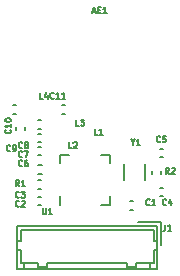
<source format=gbr>
%TF.GenerationSoftware,KiCad,Pcbnew,7.0.2*%
%TF.CreationDate,2024-08-09T14:52:10-04:00*%
%TF.ProjectId,NewPCB,4e657750-4342-42e6-9b69-6361645f7063,rev?*%
%TF.SameCoordinates,Original*%
%TF.FileFunction,Legend,Top*%
%TF.FilePolarity,Positive*%
%FSLAX46Y46*%
G04 Gerber Fmt 4.6, Leading zero omitted, Abs format (unit mm)*
G04 Created by KiCad (PCBNEW 7.0.2) date 2024-08-09 14:52:10*
%MOMM*%
%LPD*%
G01*
G04 APERTURE LIST*
%ADD10C,0.127000*%
%ADD11C,0.152400*%
G04 APERTURE END LIST*
D10*
%TO.C,L3*%
X129074333Y-83928010D02*
X128832428Y-83928010D01*
X128832428Y-83928010D02*
X128832428Y-83420010D01*
X129195285Y-83420010D02*
X129509761Y-83420010D01*
X129509761Y-83420010D02*
X129340428Y-83613534D01*
X129340428Y-83613534D02*
X129412999Y-83613534D01*
X129412999Y-83613534D02*
X129461380Y-83637724D01*
X129461380Y-83637724D02*
X129485571Y-83661915D01*
X129485571Y-83661915D02*
X129509761Y-83710296D01*
X129509761Y-83710296D02*
X129509761Y-83831248D01*
X129509761Y-83831248D02*
X129485571Y-83879629D01*
X129485571Y-83879629D02*
X129461380Y-83903820D01*
X129461380Y-83903820D02*
X129412999Y-83928010D01*
X129412999Y-83928010D02*
X129267856Y-83928010D01*
X129267856Y-83928010D02*
X129219475Y-83903820D01*
X129219475Y-83903820D02*
X129195285Y-83879629D01*
%TO.C,J1*%
X136355666Y-92310010D02*
X136355666Y-92672867D01*
X136355666Y-92672867D02*
X136331475Y-92745439D01*
X136331475Y-92745439D02*
X136283094Y-92793820D01*
X136283094Y-92793820D02*
X136210523Y-92818010D01*
X136210523Y-92818010D02*
X136162142Y-92818010D01*
X136863666Y-92818010D02*
X136573380Y-92818010D01*
X136718523Y-92818010D02*
X136718523Y-92310010D01*
X136718523Y-92310010D02*
X136670142Y-92382581D01*
X136670142Y-92382581D02*
X136621761Y-92430962D01*
X136621761Y-92430962D02*
X136573380Y-92455153D01*
%TO.C,C11*%
X126927428Y-81593629D02*
X126903237Y-81617820D01*
X126903237Y-81617820D02*
X126830666Y-81642010D01*
X126830666Y-81642010D02*
X126782285Y-81642010D01*
X126782285Y-81642010D02*
X126709713Y-81617820D01*
X126709713Y-81617820D02*
X126661332Y-81569439D01*
X126661332Y-81569439D02*
X126637142Y-81521058D01*
X126637142Y-81521058D02*
X126612951Y-81424296D01*
X126612951Y-81424296D02*
X126612951Y-81351724D01*
X126612951Y-81351724D02*
X126637142Y-81254962D01*
X126637142Y-81254962D02*
X126661332Y-81206581D01*
X126661332Y-81206581D02*
X126709713Y-81158200D01*
X126709713Y-81158200D02*
X126782285Y-81134010D01*
X126782285Y-81134010D02*
X126830666Y-81134010D01*
X126830666Y-81134010D02*
X126903237Y-81158200D01*
X126903237Y-81158200D02*
X126927428Y-81182391D01*
X127411237Y-81642010D02*
X127120951Y-81642010D01*
X127266094Y-81642010D02*
X127266094Y-81134010D01*
X127266094Y-81134010D02*
X127217713Y-81206581D01*
X127217713Y-81206581D02*
X127169332Y-81254962D01*
X127169332Y-81254962D02*
X127120951Y-81279153D01*
X127895047Y-81642010D02*
X127604761Y-81642010D01*
X127749904Y-81642010D02*
X127749904Y-81134010D01*
X127749904Y-81134010D02*
X127701523Y-81206581D01*
X127701523Y-81206581D02*
X127653142Y-81254962D01*
X127653142Y-81254962D02*
X127604761Y-81279153D01*
%TO.C,C3*%
X123994333Y-89975629D02*
X123970142Y-89999820D01*
X123970142Y-89999820D02*
X123897571Y-90024010D01*
X123897571Y-90024010D02*
X123849190Y-90024010D01*
X123849190Y-90024010D02*
X123776618Y-89999820D01*
X123776618Y-89999820D02*
X123728237Y-89951439D01*
X123728237Y-89951439D02*
X123704047Y-89903058D01*
X123704047Y-89903058D02*
X123679856Y-89806296D01*
X123679856Y-89806296D02*
X123679856Y-89733724D01*
X123679856Y-89733724D02*
X123704047Y-89636962D01*
X123704047Y-89636962D02*
X123728237Y-89588581D01*
X123728237Y-89588581D02*
X123776618Y-89540200D01*
X123776618Y-89540200D02*
X123849190Y-89516010D01*
X123849190Y-89516010D02*
X123897571Y-89516010D01*
X123897571Y-89516010D02*
X123970142Y-89540200D01*
X123970142Y-89540200D02*
X123994333Y-89564391D01*
X124163666Y-89516010D02*
X124478142Y-89516010D01*
X124478142Y-89516010D02*
X124308809Y-89709534D01*
X124308809Y-89709534D02*
X124381380Y-89709534D01*
X124381380Y-89709534D02*
X124429761Y-89733724D01*
X124429761Y-89733724D02*
X124453952Y-89757915D01*
X124453952Y-89757915D02*
X124478142Y-89806296D01*
X124478142Y-89806296D02*
X124478142Y-89927248D01*
X124478142Y-89927248D02*
X124453952Y-89975629D01*
X124453952Y-89975629D02*
X124429761Y-89999820D01*
X124429761Y-89999820D02*
X124381380Y-90024010D01*
X124381380Y-90024010D02*
X124236237Y-90024010D01*
X124236237Y-90024010D02*
X124187856Y-89999820D01*
X124187856Y-89999820D02*
X124163666Y-89975629D01*
%TO.C,C2*%
X123994333Y-90737629D02*
X123970142Y-90761820D01*
X123970142Y-90761820D02*
X123897571Y-90786010D01*
X123897571Y-90786010D02*
X123849190Y-90786010D01*
X123849190Y-90786010D02*
X123776618Y-90761820D01*
X123776618Y-90761820D02*
X123728237Y-90713439D01*
X123728237Y-90713439D02*
X123704047Y-90665058D01*
X123704047Y-90665058D02*
X123679856Y-90568296D01*
X123679856Y-90568296D02*
X123679856Y-90495724D01*
X123679856Y-90495724D02*
X123704047Y-90398962D01*
X123704047Y-90398962D02*
X123728237Y-90350581D01*
X123728237Y-90350581D02*
X123776618Y-90302200D01*
X123776618Y-90302200D02*
X123849190Y-90278010D01*
X123849190Y-90278010D02*
X123897571Y-90278010D01*
X123897571Y-90278010D02*
X123970142Y-90302200D01*
X123970142Y-90302200D02*
X123994333Y-90326391D01*
X124187856Y-90326391D02*
X124212047Y-90302200D01*
X124212047Y-90302200D02*
X124260428Y-90278010D01*
X124260428Y-90278010D02*
X124381380Y-90278010D01*
X124381380Y-90278010D02*
X124429761Y-90302200D01*
X124429761Y-90302200D02*
X124453952Y-90326391D01*
X124453952Y-90326391D02*
X124478142Y-90374772D01*
X124478142Y-90374772D02*
X124478142Y-90423153D01*
X124478142Y-90423153D02*
X124453952Y-90495724D01*
X124453952Y-90495724D02*
X124163666Y-90786010D01*
X124163666Y-90786010D02*
X124478142Y-90786010D01*
%TO.C,L2*%
X128439333Y-85833010D02*
X128197428Y-85833010D01*
X128197428Y-85833010D02*
X128197428Y-85325010D01*
X128584475Y-85373391D02*
X128608666Y-85349200D01*
X128608666Y-85349200D02*
X128657047Y-85325010D01*
X128657047Y-85325010D02*
X128777999Y-85325010D01*
X128777999Y-85325010D02*
X128826380Y-85349200D01*
X128826380Y-85349200D02*
X128850571Y-85373391D01*
X128850571Y-85373391D02*
X128874761Y-85421772D01*
X128874761Y-85421772D02*
X128874761Y-85470153D01*
X128874761Y-85470153D02*
X128850571Y-85542724D01*
X128850571Y-85542724D02*
X128560285Y-85833010D01*
X128560285Y-85833010D02*
X128874761Y-85833010D01*
%TO.C,C10*%
X123249629Y-84273571D02*
X123273820Y-84297762D01*
X123273820Y-84297762D02*
X123298010Y-84370333D01*
X123298010Y-84370333D02*
X123298010Y-84418714D01*
X123298010Y-84418714D02*
X123273820Y-84491286D01*
X123273820Y-84491286D02*
X123225439Y-84539667D01*
X123225439Y-84539667D02*
X123177058Y-84563857D01*
X123177058Y-84563857D02*
X123080296Y-84588048D01*
X123080296Y-84588048D02*
X123007724Y-84588048D01*
X123007724Y-84588048D02*
X122910962Y-84563857D01*
X122910962Y-84563857D02*
X122862581Y-84539667D01*
X122862581Y-84539667D02*
X122814200Y-84491286D01*
X122814200Y-84491286D02*
X122790010Y-84418714D01*
X122790010Y-84418714D02*
X122790010Y-84370333D01*
X122790010Y-84370333D02*
X122814200Y-84297762D01*
X122814200Y-84297762D02*
X122838391Y-84273571D01*
X123298010Y-83789762D02*
X123298010Y-84080048D01*
X123298010Y-83934905D02*
X122790010Y-83934905D01*
X122790010Y-83934905D02*
X122862581Y-83983286D01*
X122862581Y-83983286D02*
X122910962Y-84031667D01*
X122910962Y-84031667D02*
X122935153Y-84080048D01*
X122790010Y-83475285D02*
X122790010Y-83426904D01*
X122790010Y-83426904D02*
X122814200Y-83378523D01*
X122814200Y-83378523D02*
X122838391Y-83354333D01*
X122838391Y-83354333D02*
X122886772Y-83330142D01*
X122886772Y-83330142D02*
X122983534Y-83305952D01*
X122983534Y-83305952D02*
X123104486Y-83305952D01*
X123104486Y-83305952D02*
X123201248Y-83330142D01*
X123201248Y-83330142D02*
X123249629Y-83354333D01*
X123249629Y-83354333D02*
X123273820Y-83378523D01*
X123273820Y-83378523D02*
X123298010Y-83426904D01*
X123298010Y-83426904D02*
X123298010Y-83475285D01*
X123298010Y-83475285D02*
X123273820Y-83523666D01*
X123273820Y-83523666D02*
X123249629Y-83547857D01*
X123249629Y-83547857D02*
X123201248Y-83572047D01*
X123201248Y-83572047D02*
X123104486Y-83596238D01*
X123104486Y-83596238D02*
X122983534Y-83596238D01*
X122983534Y-83596238D02*
X122886772Y-83572047D01*
X122886772Y-83572047D02*
X122838391Y-83547857D01*
X122838391Y-83547857D02*
X122814200Y-83523666D01*
X122814200Y-83523666D02*
X122790010Y-83475285D01*
%TO.C,R1*%
X123994333Y-89035010D02*
X123824999Y-88793105D01*
X123704047Y-89035010D02*
X123704047Y-88527010D01*
X123704047Y-88527010D02*
X123897571Y-88527010D01*
X123897571Y-88527010D02*
X123945952Y-88551200D01*
X123945952Y-88551200D02*
X123970142Y-88575391D01*
X123970142Y-88575391D02*
X123994333Y-88623772D01*
X123994333Y-88623772D02*
X123994333Y-88696343D01*
X123994333Y-88696343D02*
X123970142Y-88744724D01*
X123970142Y-88744724D02*
X123945952Y-88768915D01*
X123945952Y-88768915D02*
X123897571Y-88793105D01*
X123897571Y-88793105D02*
X123704047Y-88793105D01*
X124478142Y-89035010D02*
X124187856Y-89035010D01*
X124332999Y-89035010D02*
X124332999Y-88527010D01*
X124332999Y-88527010D02*
X124284618Y-88599581D01*
X124284618Y-88599581D02*
X124236237Y-88647962D01*
X124236237Y-88647962D02*
X124187856Y-88672153D01*
%TO.C,AE1*%
X130217332Y-74282867D02*
X130459237Y-74282867D01*
X130168951Y-74428010D02*
X130338285Y-73920010D01*
X130338285Y-73920010D02*
X130507618Y-74428010D01*
X130676952Y-74161915D02*
X130846285Y-74161915D01*
X130918857Y-74428010D02*
X130676952Y-74428010D01*
X130676952Y-74428010D02*
X130676952Y-73920010D01*
X130676952Y-73920010D02*
X130918857Y-73920010D01*
X131402666Y-74428010D02*
X131112380Y-74428010D01*
X131257523Y-74428010D02*
X131257523Y-73920010D01*
X131257523Y-73920010D02*
X131209142Y-73992581D01*
X131209142Y-73992581D02*
X131160761Y-74040962D01*
X131160761Y-74040962D02*
X131112380Y-74065153D01*
%TO.C,R2*%
X136694333Y-87992010D02*
X136524999Y-87750105D01*
X136404047Y-87992010D02*
X136404047Y-87484010D01*
X136404047Y-87484010D02*
X136597571Y-87484010D01*
X136597571Y-87484010D02*
X136645952Y-87508200D01*
X136645952Y-87508200D02*
X136670142Y-87532391D01*
X136670142Y-87532391D02*
X136694333Y-87580772D01*
X136694333Y-87580772D02*
X136694333Y-87653343D01*
X136694333Y-87653343D02*
X136670142Y-87701724D01*
X136670142Y-87701724D02*
X136645952Y-87725915D01*
X136645952Y-87725915D02*
X136597571Y-87750105D01*
X136597571Y-87750105D02*
X136404047Y-87750105D01*
X136887856Y-87532391D02*
X136912047Y-87508200D01*
X136912047Y-87508200D02*
X136960428Y-87484010D01*
X136960428Y-87484010D02*
X137081380Y-87484010D01*
X137081380Y-87484010D02*
X137129761Y-87508200D01*
X137129761Y-87508200D02*
X137153952Y-87532391D01*
X137153952Y-87532391D02*
X137178142Y-87580772D01*
X137178142Y-87580772D02*
X137178142Y-87629153D01*
X137178142Y-87629153D02*
X137153952Y-87701724D01*
X137153952Y-87701724D02*
X136863666Y-87992010D01*
X136863666Y-87992010D02*
X137178142Y-87992010D01*
%TO.C,L1*%
X130635333Y-84680010D02*
X130393428Y-84680010D01*
X130393428Y-84680010D02*
X130393428Y-84172010D01*
X131070761Y-84680010D02*
X130780475Y-84680010D01*
X130925618Y-84680010D02*
X130925618Y-84172010D01*
X130925618Y-84172010D02*
X130877237Y-84244581D01*
X130877237Y-84244581D02*
X130828856Y-84292962D01*
X130828856Y-84292962D02*
X130780475Y-84317153D01*
%TO.C,C1*%
X135043333Y-90610629D02*
X135019142Y-90634820D01*
X135019142Y-90634820D02*
X134946571Y-90659010D01*
X134946571Y-90659010D02*
X134898190Y-90659010D01*
X134898190Y-90659010D02*
X134825618Y-90634820D01*
X134825618Y-90634820D02*
X134777237Y-90586439D01*
X134777237Y-90586439D02*
X134753047Y-90538058D01*
X134753047Y-90538058D02*
X134728856Y-90441296D01*
X134728856Y-90441296D02*
X134728856Y-90368724D01*
X134728856Y-90368724D02*
X134753047Y-90271962D01*
X134753047Y-90271962D02*
X134777237Y-90223581D01*
X134777237Y-90223581D02*
X134825618Y-90175200D01*
X134825618Y-90175200D02*
X134898190Y-90151010D01*
X134898190Y-90151010D02*
X134946571Y-90151010D01*
X134946571Y-90151010D02*
X135019142Y-90175200D01*
X135019142Y-90175200D02*
X135043333Y-90199391D01*
X135527142Y-90659010D02*
X135236856Y-90659010D01*
X135381999Y-90659010D02*
X135381999Y-90151010D01*
X135381999Y-90151010D02*
X135333618Y-90223581D01*
X135333618Y-90223581D02*
X135285237Y-90271962D01*
X135285237Y-90271962D02*
X135236856Y-90296153D01*
%TO.C,C9*%
X123232333Y-86038629D02*
X123208142Y-86062820D01*
X123208142Y-86062820D02*
X123135571Y-86087010D01*
X123135571Y-86087010D02*
X123087190Y-86087010D01*
X123087190Y-86087010D02*
X123014618Y-86062820D01*
X123014618Y-86062820D02*
X122966237Y-86014439D01*
X122966237Y-86014439D02*
X122942047Y-85966058D01*
X122942047Y-85966058D02*
X122917856Y-85869296D01*
X122917856Y-85869296D02*
X122917856Y-85796724D01*
X122917856Y-85796724D02*
X122942047Y-85699962D01*
X122942047Y-85699962D02*
X122966237Y-85651581D01*
X122966237Y-85651581D02*
X123014618Y-85603200D01*
X123014618Y-85603200D02*
X123087190Y-85579010D01*
X123087190Y-85579010D02*
X123135571Y-85579010D01*
X123135571Y-85579010D02*
X123208142Y-85603200D01*
X123208142Y-85603200D02*
X123232333Y-85627391D01*
X123474237Y-86087010D02*
X123570999Y-86087010D01*
X123570999Y-86087010D02*
X123619380Y-86062820D01*
X123619380Y-86062820D02*
X123643571Y-86038629D01*
X123643571Y-86038629D02*
X123691952Y-85966058D01*
X123691952Y-85966058D02*
X123716142Y-85869296D01*
X123716142Y-85869296D02*
X123716142Y-85675772D01*
X123716142Y-85675772D02*
X123691952Y-85627391D01*
X123691952Y-85627391D02*
X123667761Y-85603200D01*
X123667761Y-85603200D02*
X123619380Y-85579010D01*
X123619380Y-85579010D02*
X123522618Y-85579010D01*
X123522618Y-85579010D02*
X123474237Y-85603200D01*
X123474237Y-85603200D02*
X123450047Y-85627391D01*
X123450047Y-85627391D02*
X123425856Y-85675772D01*
X123425856Y-85675772D02*
X123425856Y-85796724D01*
X123425856Y-85796724D02*
X123450047Y-85845105D01*
X123450047Y-85845105D02*
X123474237Y-85869296D01*
X123474237Y-85869296D02*
X123522618Y-85893486D01*
X123522618Y-85893486D02*
X123619380Y-85893486D01*
X123619380Y-85893486D02*
X123667761Y-85869296D01*
X123667761Y-85869296D02*
X123691952Y-85845105D01*
X123691952Y-85845105D02*
X123716142Y-85796724D01*
%TO.C,Y1*%
X133616095Y-85337105D02*
X133616095Y-85579010D01*
X133446761Y-85071010D02*
X133616095Y-85337105D01*
X133616095Y-85337105D02*
X133785428Y-85071010D01*
X134220857Y-85579010D02*
X133930571Y-85579010D01*
X134075714Y-85579010D02*
X134075714Y-85071010D01*
X134075714Y-85071010D02*
X134027333Y-85143581D01*
X134027333Y-85143581D02*
X133978952Y-85191962D01*
X133978952Y-85191962D02*
X133930571Y-85216153D01*
%TO.C,C8*%
X124248333Y-85784629D02*
X124224142Y-85808820D01*
X124224142Y-85808820D02*
X124151571Y-85833010D01*
X124151571Y-85833010D02*
X124103190Y-85833010D01*
X124103190Y-85833010D02*
X124030618Y-85808820D01*
X124030618Y-85808820D02*
X123982237Y-85760439D01*
X123982237Y-85760439D02*
X123958047Y-85712058D01*
X123958047Y-85712058D02*
X123933856Y-85615296D01*
X123933856Y-85615296D02*
X123933856Y-85542724D01*
X123933856Y-85542724D02*
X123958047Y-85445962D01*
X123958047Y-85445962D02*
X123982237Y-85397581D01*
X123982237Y-85397581D02*
X124030618Y-85349200D01*
X124030618Y-85349200D02*
X124103190Y-85325010D01*
X124103190Y-85325010D02*
X124151571Y-85325010D01*
X124151571Y-85325010D02*
X124224142Y-85349200D01*
X124224142Y-85349200D02*
X124248333Y-85373391D01*
X124538618Y-85542724D02*
X124490237Y-85518534D01*
X124490237Y-85518534D02*
X124466047Y-85494343D01*
X124466047Y-85494343D02*
X124441856Y-85445962D01*
X124441856Y-85445962D02*
X124441856Y-85421772D01*
X124441856Y-85421772D02*
X124466047Y-85373391D01*
X124466047Y-85373391D02*
X124490237Y-85349200D01*
X124490237Y-85349200D02*
X124538618Y-85325010D01*
X124538618Y-85325010D02*
X124635380Y-85325010D01*
X124635380Y-85325010D02*
X124683761Y-85349200D01*
X124683761Y-85349200D02*
X124707952Y-85373391D01*
X124707952Y-85373391D02*
X124732142Y-85421772D01*
X124732142Y-85421772D02*
X124732142Y-85445962D01*
X124732142Y-85445962D02*
X124707952Y-85494343D01*
X124707952Y-85494343D02*
X124683761Y-85518534D01*
X124683761Y-85518534D02*
X124635380Y-85542724D01*
X124635380Y-85542724D02*
X124538618Y-85542724D01*
X124538618Y-85542724D02*
X124490237Y-85566915D01*
X124490237Y-85566915D02*
X124466047Y-85591105D01*
X124466047Y-85591105D02*
X124441856Y-85639486D01*
X124441856Y-85639486D02*
X124441856Y-85736248D01*
X124441856Y-85736248D02*
X124466047Y-85784629D01*
X124466047Y-85784629D02*
X124490237Y-85808820D01*
X124490237Y-85808820D02*
X124538618Y-85833010D01*
X124538618Y-85833010D02*
X124635380Y-85833010D01*
X124635380Y-85833010D02*
X124683761Y-85808820D01*
X124683761Y-85808820D02*
X124707952Y-85784629D01*
X124707952Y-85784629D02*
X124732142Y-85736248D01*
X124732142Y-85736248D02*
X124732142Y-85639486D01*
X124732142Y-85639486D02*
X124707952Y-85591105D01*
X124707952Y-85591105D02*
X124683761Y-85566915D01*
X124683761Y-85566915D02*
X124635380Y-85542724D01*
%TO.C,C5*%
X135932333Y-85259629D02*
X135908142Y-85283820D01*
X135908142Y-85283820D02*
X135835571Y-85308010D01*
X135835571Y-85308010D02*
X135787190Y-85308010D01*
X135787190Y-85308010D02*
X135714618Y-85283820D01*
X135714618Y-85283820D02*
X135666237Y-85235439D01*
X135666237Y-85235439D02*
X135642047Y-85187058D01*
X135642047Y-85187058D02*
X135617856Y-85090296D01*
X135617856Y-85090296D02*
X135617856Y-85017724D01*
X135617856Y-85017724D02*
X135642047Y-84920962D01*
X135642047Y-84920962D02*
X135666237Y-84872581D01*
X135666237Y-84872581D02*
X135714618Y-84824200D01*
X135714618Y-84824200D02*
X135787190Y-84800010D01*
X135787190Y-84800010D02*
X135835571Y-84800010D01*
X135835571Y-84800010D02*
X135908142Y-84824200D01*
X135908142Y-84824200D02*
X135932333Y-84848391D01*
X136391952Y-84800010D02*
X136150047Y-84800010D01*
X136150047Y-84800010D02*
X136125856Y-85041915D01*
X136125856Y-85041915D02*
X136150047Y-85017724D01*
X136150047Y-85017724D02*
X136198428Y-84993534D01*
X136198428Y-84993534D02*
X136319380Y-84993534D01*
X136319380Y-84993534D02*
X136367761Y-85017724D01*
X136367761Y-85017724D02*
X136391952Y-85041915D01*
X136391952Y-85041915D02*
X136416142Y-85090296D01*
X136416142Y-85090296D02*
X136416142Y-85211248D01*
X136416142Y-85211248D02*
X136391952Y-85259629D01*
X136391952Y-85259629D02*
X136367761Y-85283820D01*
X136367761Y-85283820D02*
X136319380Y-85308010D01*
X136319380Y-85308010D02*
X136198428Y-85308010D01*
X136198428Y-85308010D02*
X136150047Y-85283820D01*
X136150047Y-85283820D02*
X136125856Y-85259629D01*
%TO.C,C4*%
X136440333Y-90610629D02*
X136416142Y-90634820D01*
X136416142Y-90634820D02*
X136343571Y-90659010D01*
X136343571Y-90659010D02*
X136295190Y-90659010D01*
X136295190Y-90659010D02*
X136222618Y-90634820D01*
X136222618Y-90634820D02*
X136174237Y-90586439D01*
X136174237Y-90586439D02*
X136150047Y-90538058D01*
X136150047Y-90538058D02*
X136125856Y-90441296D01*
X136125856Y-90441296D02*
X136125856Y-90368724D01*
X136125856Y-90368724D02*
X136150047Y-90271962D01*
X136150047Y-90271962D02*
X136174237Y-90223581D01*
X136174237Y-90223581D02*
X136222618Y-90175200D01*
X136222618Y-90175200D02*
X136295190Y-90151010D01*
X136295190Y-90151010D02*
X136343571Y-90151010D01*
X136343571Y-90151010D02*
X136416142Y-90175200D01*
X136416142Y-90175200D02*
X136440333Y-90199391D01*
X136875761Y-90320343D02*
X136875761Y-90659010D01*
X136754809Y-90126820D02*
X136633856Y-90489677D01*
X136633856Y-90489677D02*
X136948333Y-90489677D01*
%TO.C,C7*%
X124248333Y-86546629D02*
X124224142Y-86570820D01*
X124224142Y-86570820D02*
X124151571Y-86595010D01*
X124151571Y-86595010D02*
X124103190Y-86595010D01*
X124103190Y-86595010D02*
X124030618Y-86570820D01*
X124030618Y-86570820D02*
X123982237Y-86522439D01*
X123982237Y-86522439D02*
X123958047Y-86474058D01*
X123958047Y-86474058D02*
X123933856Y-86377296D01*
X123933856Y-86377296D02*
X123933856Y-86304724D01*
X123933856Y-86304724D02*
X123958047Y-86207962D01*
X123958047Y-86207962D02*
X123982237Y-86159581D01*
X123982237Y-86159581D02*
X124030618Y-86111200D01*
X124030618Y-86111200D02*
X124103190Y-86087010D01*
X124103190Y-86087010D02*
X124151571Y-86087010D01*
X124151571Y-86087010D02*
X124224142Y-86111200D01*
X124224142Y-86111200D02*
X124248333Y-86135391D01*
X124417666Y-86087010D02*
X124756333Y-86087010D01*
X124756333Y-86087010D02*
X124538618Y-86595010D01*
%TO.C,U1*%
X125977952Y-90913010D02*
X125977952Y-91324248D01*
X125977952Y-91324248D02*
X126002142Y-91372629D01*
X126002142Y-91372629D02*
X126026333Y-91396820D01*
X126026333Y-91396820D02*
X126074714Y-91421010D01*
X126074714Y-91421010D02*
X126171476Y-91421010D01*
X126171476Y-91421010D02*
X126219857Y-91396820D01*
X126219857Y-91396820D02*
X126244047Y-91372629D01*
X126244047Y-91372629D02*
X126268238Y-91324248D01*
X126268238Y-91324248D02*
X126268238Y-90913010D01*
X126776237Y-91421010D02*
X126485951Y-91421010D01*
X126631094Y-91421010D02*
X126631094Y-90913010D01*
X126631094Y-90913010D02*
X126582713Y-90985581D01*
X126582713Y-90985581D02*
X126534332Y-91033962D01*
X126534332Y-91033962D02*
X126485951Y-91058153D01*
%TO.C,C6*%
X124248333Y-87308629D02*
X124224142Y-87332820D01*
X124224142Y-87332820D02*
X124151571Y-87357010D01*
X124151571Y-87357010D02*
X124103190Y-87357010D01*
X124103190Y-87357010D02*
X124030618Y-87332820D01*
X124030618Y-87332820D02*
X123982237Y-87284439D01*
X123982237Y-87284439D02*
X123958047Y-87236058D01*
X123958047Y-87236058D02*
X123933856Y-87139296D01*
X123933856Y-87139296D02*
X123933856Y-87066724D01*
X123933856Y-87066724D02*
X123958047Y-86969962D01*
X123958047Y-86969962D02*
X123982237Y-86921581D01*
X123982237Y-86921581D02*
X124030618Y-86873200D01*
X124030618Y-86873200D02*
X124103190Y-86849010D01*
X124103190Y-86849010D02*
X124151571Y-86849010D01*
X124151571Y-86849010D02*
X124224142Y-86873200D01*
X124224142Y-86873200D02*
X124248333Y-86897391D01*
X124683761Y-86849010D02*
X124586999Y-86849010D01*
X124586999Y-86849010D02*
X124538618Y-86873200D01*
X124538618Y-86873200D02*
X124514428Y-86897391D01*
X124514428Y-86897391D02*
X124466047Y-86969962D01*
X124466047Y-86969962D02*
X124441856Y-87066724D01*
X124441856Y-87066724D02*
X124441856Y-87260248D01*
X124441856Y-87260248D02*
X124466047Y-87308629D01*
X124466047Y-87308629D02*
X124490237Y-87332820D01*
X124490237Y-87332820D02*
X124538618Y-87357010D01*
X124538618Y-87357010D02*
X124635380Y-87357010D01*
X124635380Y-87357010D02*
X124683761Y-87332820D01*
X124683761Y-87332820D02*
X124707952Y-87308629D01*
X124707952Y-87308629D02*
X124732142Y-87260248D01*
X124732142Y-87260248D02*
X124732142Y-87139296D01*
X124732142Y-87139296D02*
X124707952Y-87090915D01*
X124707952Y-87090915D02*
X124683761Y-87066724D01*
X124683761Y-87066724D02*
X124635380Y-87042534D01*
X124635380Y-87042534D02*
X124538618Y-87042534D01*
X124538618Y-87042534D02*
X124490237Y-87066724D01*
X124490237Y-87066724D02*
X124466047Y-87090915D01*
X124466047Y-87090915D02*
X124441856Y-87139296D01*
%TO.C,L4*%
X126026333Y-81642010D02*
X125784428Y-81642010D01*
X125784428Y-81642010D02*
X125784428Y-81134010D01*
X126413380Y-81303343D02*
X126413380Y-81642010D01*
X126292428Y-81109820D02*
X126171475Y-81472677D01*
X126171475Y-81472677D02*
X126485952Y-81472677D01*
D11*
%TO.C,J1*%
X123812000Y-92426000D02*
X123812000Y-96026000D01*
X123812000Y-94476000D02*
X124112000Y-94476000D01*
X123812000Y-96026000D02*
X135662000Y-96026000D01*
X124112000Y-92726000D02*
X124112000Y-93726000D01*
X124112000Y-93726000D02*
X123812000Y-93726000D01*
X124112000Y-94476000D02*
X124112000Y-95576000D01*
X124112000Y-95576000D02*
X124412000Y-95576000D01*
X124412000Y-95576000D02*
X124412000Y-96026000D01*
X125612000Y-95576000D02*
X124412000Y-95576000D01*
X125612000Y-95876000D02*
X125612000Y-95576000D01*
X126362000Y-95576000D02*
X126362000Y-95876000D01*
X126362000Y-95876000D02*
X125612000Y-95876000D01*
X133112000Y-95576000D02*
X126362000Y-95576000D01*
X133112000Y-95876000D02*
X133112000Y-95576000D01*
X133862000Y-95576000D02*
X133862000Y-95876000D01*
X133862000Y-95876000D02*
X133112000Y-95876000D01*
X135062000Y-95576000D02*
X133862000Y-95576000D01*
X135062000Y-95576000D02*
X135062000Y-96026000D01*
X135362000Y-92726000D02*
X124112000Y-92726000D01*
X135362000Y-93726000D02*
X135362000Y-92726000D01*
X135362000Y-94476000D02*
X135362000Y-95576000D01*
X135362000Y-95576000D02*
X135062000Y-95576000D01*
X135662000Y-92426000D02*
X123812000Y-92426000D01*
X135662000Y-93726000D02*
X135362000Y-93726000D01*
X135662000Y-94476000D02*
X135362000Y-94476000D01*
X135662000Y-96026000D02*
X135662000Y-92426000D01*
X135972000Y-92116000D02*
X134062000Y-92116000D01*
X135972000Y-94026000D02*
X135972000Y-92116000D01*
%TO.C,C11*%
X127869836Y-82190000D02*
X127654164Y-82190000D01*
X127869836Y-82910000D02*
X127654164Y-82910000D01*
%TO.C,C3*%
X125837836Y-88540000D02*
X125622164Y-88540000D01*
X125837836Y-89260000D02*
X125622164Y-89260000D01*
%TO.C,C2*%
X125837836Y-89937000D02*
X125622164Y-89937000D01*
X125837836Y-90657000D02*
X125622164Y-90657000D01*
%TO.C,C10*%
X123463164Y-82910000D02*
X123678836Y-82910000D01*
X123463164Y-82190000D02*
X123678836Y-82190000D01*
%TO.C,R1*%
X125883641Y-87250000D02*
X125576359Y-87250000D01*
X125883641Y-88010000D02*
X125576359Y-88010000D01*
%TO.C,R2*%
X136016000Y-88037641D02*
X136016000Y-87730359D01*
X135256000Y-88037641D02*
X135256000Y-87730359D01*
%TO.C,C1*%
X133369164Y-91038000D02*
X133584836Y-91038000D01*
X133369164Y-90318000D02*
X133584836Y-90318000D01*
%TO.C,C9*%
X124449000Y-84298836D02*
X124449000Y-84083164D01*
X123729000Y-84298836D02*
X123729000Y-84083164D01*
%TO.C,Y1*%
X132856000Y-87209000D02*
X132856000Y-88559000D01*
X134606000Y-87209000D02*
X134606000Y-88559000D01*
%TO.C,C8*%
X125837836Y-83460000D02*
X125622164Y-83460000D01*
X125837836Y-84180000D02*
X125622164Y-84180000D01*
%TO.C,C5*%
X135909164Y-86593000D02*
X136124836Y-86593000D01*
X135909164Y-85873000D02*
X136124836Y-85873000D01*
%TO.C,C4*%
X135909164Y-89895000D02*
X136124836Y-89895000D01*
X135909164Y-89175000D02*
X136124836Y-89175000D01*
%TO.C,C7*%
X125837836Y-84603000D02*
X125622164Y-84603000D01*
X125837836Y-85323000D02*
X125622164Y-85323000D01*
%TO.C,U1*%
X131660000Y-86399000D02*
X130935000Y-86399000D01*
X127440000Y-86399000D02*
X128165000Y-86399000D01*
X131660000Y-87124000D02*
X131660000Y-86399000D01*
X127440000Y-87124000D02*
X127440000Y-86399000D01*
X131660000Y-89894000D02*
X131660000Y-90619000D01*
X127440000Y-89894000D02*
X127440000Y-90619000D01*
X131660000Y-90619000D02*
X130935000Y-90619000D01*
%TO.C,C6*%
X125819836Y-85736000D02*
X125604164Y-85736000D01*
X125819836Y-86456000D02*
X125604164Y-86456000D01*
%TD*%
M02*

</source>
